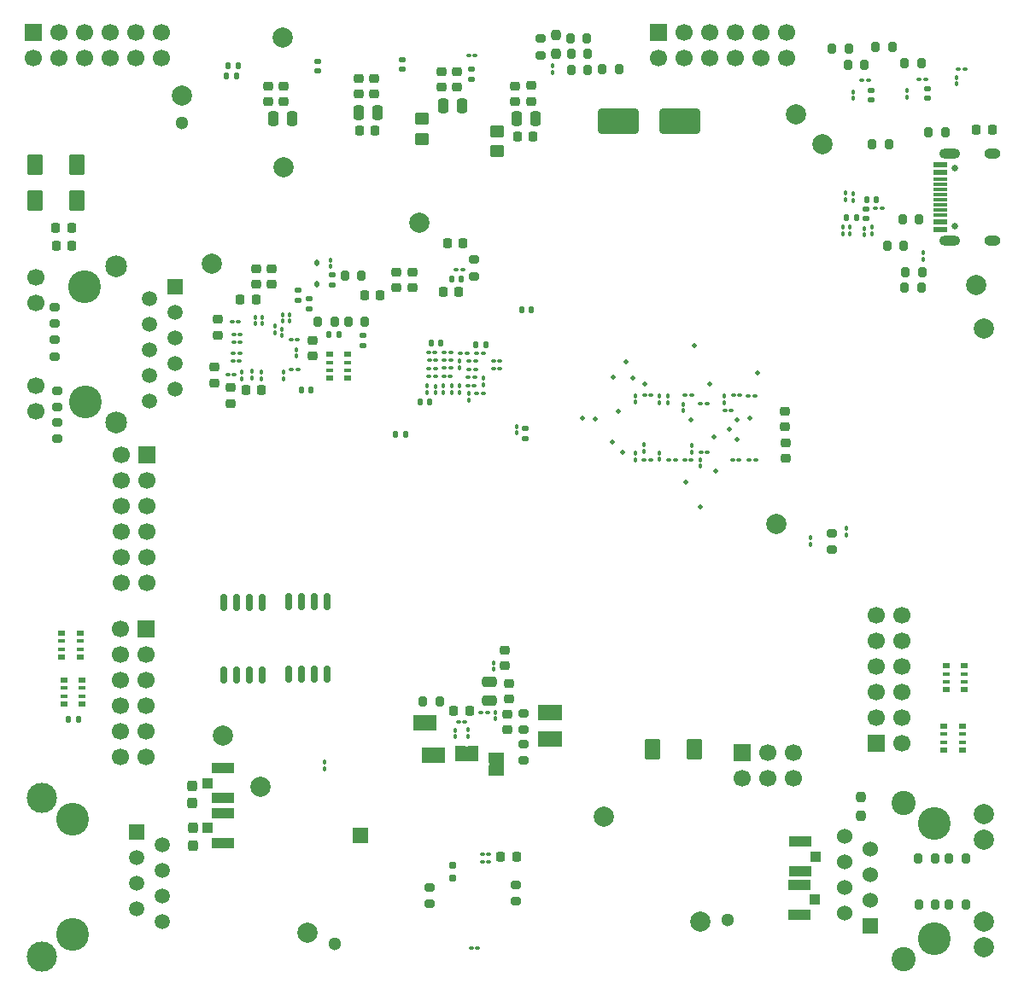
<source format=gbr>
G04 #@! TF.GenerationSoftware,KiCad,Pcbnew,9.0.3-9.0.3-0~ubuntu24.04.1*
G04 #@! TF.CreationDate,2025-07-29T10:54:51+02:00*
G04 #@! TF.ProjectId,acoustic-carrier-board,61636f75-7374-4696-932d-636172726965,rev?*
G04 #@! TF.SameCoordinates,Original*
G04 #@! TF.FileFunction,Soldermask,Bot*
G04 #@! TF.FilePolarity,Negative*
%FSLAX46Y46*%
G04 Gerber Fmt 4.6, Leading zero omitted, Abs format (unit mm)*
G04 Created by KiCad (PCBNEW 9.0.3-9.0.3-0~ubuntu24.04.1) date 2025-07-29 10:54:51*
%MOMM*%
%LPD*%
G01*
G04 APERTURE LIST*
G04 Aperture macros list*
%AMRoundRect*
0 Rectangle with rounded corners*
0 $1 Rounding radius*
0 $2 $3 $4 $5 $6 $7 $8 $9 X,Y pos of 4 corners*
0 Add a 4 corners polygon primitive as box body*
4,1,4,$2,$3,$4,$5,$6,$7,$8,$9,$2,$3,0*
0 Add four circle primitives for the rounded corners*
1,1,$1+$1,$2,$3*
1,1,$1+$1,$4,$5*
1,1,$1+$1,$6,$7*
1,1,$1+$1,$8,$9*
0 Add four rect primitives between the rounded corners*
20,1,$1+$1,$2,$3,$4,$5,0*
20,1,$1+$1,$4,$5,$6,$7,0*
20,1,$1+$1,$6,$7,$8,$9,0*
20,1,$1+$1,$8,$9,$2,$3,0*%
G04 Aperture macros list end*
%ADD10C,2.000000*%
%ADD11C,3.250000*%
%ADD12R,1.500000X1.500000*%
%ADD13C,1.500000*%
%ADD14C,3.000000*%
%ADD15R,1.700000X1.700000*%
%ADD16C,1.700000*%
%ADD17C,1.300000*%
%ADD18C,3.249981*%
%ADD19R,1.524000X1.524000*%
%ADD20C,1.524000*%
%ADD21C,1.999996*%
%ADD22C,2.400046*%
%ADD23R,1.520000X1.520000*%
%ADD24C,1.520000*%
%ADD25C,2.160000*%
%ADD26RoundRect,0.102000X-0.675000X-0.900000X0.675000X-0.900000X0.675000X0.900000X-0.675000X0.900000X0*%
%ADD27RoundRect,0.100000X-0.100000X0.130000X-0.100000X-0.130000X0.100000X-0.130000X0.100000X0.130000X0*%
%ADD28RoundRect,0.250000X-0.250000X-0.475000X0.250000X-0.475000X0.250000X0.475000X-0.250000X0.475000X0*%
%ADD29RoundRect,0.225000X0.250000X-0.225000X0.250000X0.225000X-0.250000X0.225000X-0.250000X-0.225000X0*%
%ADD30R,1.000000X1.500000*%
%ADD31RoundRect,0.100000X0.130000X0.100000X-0.130000X0.100000X-0.130000X-0.100000X0.130000X-0.100000X0*%
%ADD32RoundRect,0.102000X0.675000X0.900000X-0.675000X0.900000X-0.675000X-0.900000X0.675000X-0.900000X0*%
%ADD33C,0.500000*%
%ADD34RoundRect,0.200000X-0.275000X0.200000X-0.275000X-0.200000X0.275000X-0.200000X0.275000X0.200000X0*%
%ADD35RoundRect,0.100000X-0.130000X-0.100000X0.130000X-0.100000X0.130000X0.100000X-0.130000X0.100000X0*%
%ADD36RoundRect,0.225000X-0.225000X-0.250000X0.225000X-0.250000X0.225000X0.250000X-0.225000X0.250000X0*%
%ADD37RoundRect,0.100000X0.100000X-0.130000X0.100000X0.130000X-0.100000X0.130000X-0.100000X-0.130000X0*%
%ADD38RoundRect,0.218750X0.256250X-0.218750X0.256250X0.218750X-0.256250X0.218750X-0.256250X-0.218750X0*%
%ADD39RoundRect,0.218750X-0.218750X-0.256250X0.218750X-0.256250X0.218750X0.256250X-0.218750X0.256250X0*%
%ADD40RoundRect,0.237500X0.237500X-0.250000X0.237500X0.250000X-0.237500X0.250000X-0.237500X-0.250000X0*%
%ADD41RoundRect,0.200000X0.200000X0.275000X-0.200000X0.275000X-0.200000X-0.275000X0.200000X-0.275000X0*%
%ADD42RoundRect,0.218750X-0.256250X0.218750X-0.256250X-0.218750X0.256250X-0.218750X0.256250X0.218750X0*%
%ADD43C,0.650000*%
%ADD44R,1.450000X0.600000*%
%ADD45R,1.450000X0.300000*%
%ADD46O,1.600000X1.000000*%
%ADD47O,2.100000X1.000000*%
%ADD48RoundRect,0.140000X0.170000X-0.140000X0.170000X0.140000X-0.170000X0.140000X-0.170000X-0.140000X0*%
%ADD49RoundRect,0.225000X-0.250000X0.225000X-0.250000X-0.225000X0.250000X-0.225000X0.250000X0.225000X0*%
%ADD50RoundRect,0.200000X-0.200000X-0.275000X0.200000X-0.275000X0.200000X0.275000X-0.200000X0.275000X0*%
%ADD51RoundRect,0.135000X0.185000X-0.135000X0.185000X0.135000X-0.185000X0.135000X-0.185000X-0.135000X0*%
%ADD52RoundRect,0.237500X0.237500X-0.300000X0.237500X0.300000X-0.237500X0.300000X-0.237500X-0.300000X0*%
%ADD53R,0.800000X0.500000*%
%ADD54R,0.800000X0.400000*%
%ADD55RoundRect,0.135000X-0.135000X-0.185000X0.135000X-0.185000X0.135000X0.185000X-0.135000X0.185000X0*%
%ADD56RoundRect,0.112500X0.112500X-0.187500X0.112500X0.187500X-0.112500X0.187500X-0.112500X-0.187500X0*%
%ADD57RoundRect,0.160000X0.160000X-0.197500X0.160000X0.197500X-0.160000X0.197500X-0.160000X-0.197500X0*%
%ADD58RoundRect,0.200000X0.275000X-0.200000X0.275000X0.200000X-0.275000X0.200000X-0.275000X-0.200000X0*%
%ADD59RoundRect,0.140000X-0.170000X0.140000X-0.170000X-0.140000X0.170000X-0.140000X0.170000X0.140000X0*%
%ADD60RoundRect,0.225000X0.225000X0.250000X-0.225000X0.250000X-0.225000X-0.250000X0.225000X-0.250000X0*%
%ADD61RoundRect,0.250000X-1.750000X-1.000000X1.750000X-1.000000X1.750000X1.000000X-1.750000X1.000000X0*%
%ADD62RoundRect,0.140000X-0.140000X-0.170000X0.140000X-0.170000X0.140000X0.170000X-0.140000X0.170000X0*%
%ADD63RoundRect,0.140000X0.140000X0.170000X-0.140000X0.170000X-0.140000X-0.170000X0.140000X-0.170000X0*%
%ADD64RoundRect,0.250000X-0.450000X0.350000X-0.450000X-0.350000X0.450000X-0.350000X0.450000X0.350000X0*%
%ADD65RoundRect,0.162500X-0.162500X0.650000X-0.162500X-0.650000X0.162500X-0.650000X0.162500X0.650000X0*%
%ADD66R,1.050000X1.000000*%
%ADD67R,2.200000X1.050000*%
%ADD68RoundRect,0.250000X0.475000X-0.250000X0.475000X0.250000X-0.475000X0.250000X-0.475000X-0.250000X0*%
%ADD69RoundRect,0.135000X0.135000X0.185000X-0.135000X0.185000X-0.135000X-0.185000X0.135000X-0.185000X0*%
%ADD70R,1.500000X1.000000*%
%ADD71RoundRect,0.135000X-0.185000X0.135000X-0.185000X-0.135000X0.185000X-0.135000X0.185000X0.135000X0*%
G04 APERTURE END LIST*
G36*
X90160000Y-124850000D02*
G01*
X89860000Y-124850000D01*
X89860000Y-126350000D01*
X90160000Y-126350000D01*
X90160000Y-124850000D01*
G37*
G36*
X98110000Y-124850000D02*
G01*
X98410000Y-124850000D01*
X98410000Y-123350000D01*
X98110000Y-123350000D01*
X98110000Y-124850000D01*
G37*
G36*
X98110000Y-122250000D02*
G01*
X98410000Y-122250000D01*
X98410000Y-120750000D01*
X98110000Y-120750000D01*
X98110000Y-122250000D01*
G37*
G36*
X86010000Y-121750000D02*
G01*
X85710000Y-121750000D01*
X85710000Y-123250000D01*
X86010000Y-123250000D01*
X86010000Y-121750000D01*
G37*
G36*
X92210000Y-126450000D02*
G01*
X93710000Y-126450000D01*
X93710000Y-126750000D01*
X92210000Y-126750000D01*
X92210000Y-126450000D01*
G37*
G36*
X86540000Y-126510000D02*
G01*
X86840000Y-126510000D01*
X86840000Y-125010000D01*
X86540000Y-125010000D01*
X86540000Y-126510000D01*
G37*
D10*
X64740000Y-76940000D03*
D11*
X50900000Y-132110000D03*
X50900000Y-143540000D03*
D12*
X57250000Y-133380000D03*
D13*
X59790000Y-134650000D03*
X57250000Y-135920000D03*
X59790000Y-137190000D03*
X57250000Y-138460000D03*
X59790000Y-139730000D03*
X57250000Y-141000000D03*
X59790000Y-142270000D03*
D14*
X47850000Y-129975000D03*
X47850000Y-145675000D03*
D15*
X58250000Y-113220000D03*
D16*
X58250000Y-115760000D03*
X58250000Y-118300000D03*
X58250000Y-120840000D03*
X58250000Y-123380000D03*
X58250000Y-125920000D03*
X55710000Y-113220000D03*
X55710000Y-115760000D03*
X55710000Y-118300000D03*
X55710000Y-120840000D03*
X55710000Y-123380000D03*
X55710000Y-125920000D03*
D15*
X58295000Y-95895000D03*
D16*
X58295000Y-98435000D03*
X58295000Y-100975000D03*
X58295000Y-103515000D03*
X58295000Y-106055000D03*
X58295000Y-108595000D03*
X55755000Y-95895000D03*
X55755000Y-98435000D03*
X55755000Y-100975000D03*
X55755000Y-103515000D03*
X55755000Y-106055000D03*
X55755000Y-108595000D03*
D10*
X125230000Y-65090000D03*
D12*
X79430000Y-133730000D03*
D17*
X61770000Y-62990000D03*
D15*
X47000000Y-54000000D03*
D16*
X47000000Y-56540000D03*
X49540000Y-54000000D03*
X49540000Y-56540000D03*
X52080000Y-54000000D03*
X52080000Y-56540000D03*
X54620000Y-54000000D03*
X54620000Y-56540000D03*
X57160000Y-54000000D03*
X57160000Y-56540000D03*
X59700000Y-54000000D03*
X59700000Y-56540000D03*
D17*
X76950000Y-144420000D03*
D18*
X136355000Y-132480160D03*
X136355000Y-143900000D03*
D19*
X130005000Y-142630000D03*
D20*
X127465000Y-141370160D03*
X130005000Y-140090000D03*
X127465000Y-138830160D03*
X130005000Y-137550000D03*
X127465000Y-136290160D03*
X130005000Y-135010000D03*
X127465000Y-133750160D03*
D21*
X141254914Y-144815162D03*
X141254914Y-142275162D03*
X141254914Y-134104998D03*
X141254914Y-131564998D03*
D22*
X133304968Y-145940128D03*
X133304968Y-130440032D03*
D15*
X109000000Y-54000000D03*
D16*
X109000000Y-56540000D03*
X111540000Y-54000000D03*
X111540000Y-56540000D03*
X114080000Y-54000000D03*
X114080000Y-56540000D03*
X116620000Y-54000000D03*
X116620000Y-56540000D03*
X119160000Y-54000000D03*
X119160000Y-56540000D03*
X121700000Y-54000000D03*
X121700000Y-56540000D03*
D10*
X140540000Y-79100000D03*
X71720000Y-54490000D03*
X85290000Y-72900000D03*
D15*
X130605000Y-124575000D03*
D16*
X130605000Y-122035000D03*
X130605000Y-119495000D03*
X130605000Y-116955000D03*
X130605000Y-114415000D03*
X130605000Y-111875000D03*
X133145000Y-124575000D03*
X133145000Y-122035000D03*
X133145000Y-119495000D03*
X133145000Y-116955000D03*
X133145000Y-114415000D03*
X133145000Y-111875000D03*
D10*
X65870000Y-123800000D03*
X69570000Y-128830000D03*
D11*
X52160000Y-90710000D03*
X52146663Y-79284562D03*
D23*
X61050000Y-79270000D03*
D24*
X58510000Y-80440000D03*
X61050000Y-81810000D03*
X58510000Y-82980000D03*
X61050000Y-84350000D03*
X58510000Y-85520000D03*
X61050000Y-86890000D03*
X58510000Y-88060000D03*
X61050000Y-89430000D03*
X58510000Y-90600000D03*
D16*
X47270000Y-78360000D03*
X47270000Y-80900000D03*
X47270000Y-89080000D03*
X47270000Y-91620000D03*
D25*
X55220000Y-92730000D03*
X55220000Y-77250000D03*
D10*
X103600000Y-131800000D03*
D15*
X117310000Y-125470000D03*
D16*
X117310000Y-128010000D03*
X119850000Y-125470000D03*
X119850000Y-128010000D03*
X122390000Y-125470000D03*
X122390000Y-128010000D03*
D17*
X115890000Y-142100000D03*
D26*
X108445000Y-125180000D03*
X112595000Y-125180000D03*
D27*
X113140000Y-96400000D03*
X113140000Y-97040000D03*
X70960000Y-83150000D03*
X70960000Y-83790000D03*
D28*
X70805000Y-62595000D03*
X72705000Y-62595000D03*
D29*
X79255000Y-60140000D03*
X79255000Y-58590000D03*
D30*
X90660000Y-125600000D03*
X89360000Y-125600000D03*
D31*
X86920000Y-86570000D03*
X86280000Y-86570000D03*
D32*
X51325000Y-70720000D03*
X47175000Y-70720000D03*
D33*
X105000000Y-91650000D03*
D34*
X49370000Y-92675000D03*
X49370000Y-94325000D03*
D35*
X87770000Y-86560000D03*
X88410000Y-86560000D03*
D36*
X93367500Y-135780000D03*
X94917500Y-135780000D03*
D27*
X72460000Y-82010000D03*
X72460000Y-82650000D03*
D29*
X96400000Y-60855000D03*
X96400000Y-59305000D03*
D35*
X87750000Y-88180000D03*
X88390000Y-88180000D03*
D37*
X111500000Y-91560000D03*
X111500000Y-90920000D03*
D38*
X69140000Y-79037500D03*
X69140000Y-77462500D03*
D39*
X140542500Y-63680000D03*
X142117500Y-63680000D03*
D40*
X129060000Y-131712500D03*
X129060000Y-129887500D03*
D33*
X116800000Y-92480000D03*
D35*
X87760000Y-85770000D03*
X88400000Y-85770000D03*
D10*
X141230000Y-83380000D03*
D31*
X73210000Y-84470000D03*
X72570000Y-84470000D03*
D10*
X120722250Y-102810000D03*
X71830000Y-67370000D03*
D33*
X104460000Y-94660000D03*
D27*
X88860000Y-123260000D03*
X88860000Y-123900000D03*
X128290000Y-70030000D03*
X128290000Y-70670000D03*
D31*
X89610000Y-77520000D03*
X88970000Y-77520000D03*
D37*
X128292500Y-60557500D03*
X128292500Y-59917500D03*
D27*
X71710000Y-83480000D03*
X71710000Y-84120000D03*
D41*
X135085000Y-79370000D03*
X133435000Y-79370000D03*
D37*
X135260000Y-76510000D03*
X135260000Y-75870000D03*
D42*
X94185000Y-118582500D03*
X94185000Y-120157500D03*
D43*
X138430000Y-67480000D03*
X138430000Y-73260000D03*
D44*
X136985000Y-67120000D03*
X136985000Y-67920000D03*
D45*
X136985000Y-69120000D03*
X136985000Y-70120000D03*
X136985000Y-70620000D03*
X136985000Y-71620000D03*
D44*
X136985000Y-72820000D03*
X136985000Y-73620000D03*
X136985000Y-73620000D03*
X136985000Y-72820000D03*
D45*
X136985000Y-72120000D03*
X136985000Y-71120000D03*
X136985000Y-69620000D03*
X136985000Y-68620000D03*
D44*
X136985000Y-67920000D03*
X136985000Y-67120000D03*
D46*
X142080000Y-66050000D03*
D47*
X137900000Y-66050000D03*
D46*
X142080000Y-74690000D03*
D47*
X137900000Y-74690000D03*
D48*
X135680000Y-60580000D03*
X135680000Y-59620000D03*
D29*
X121570000Y-93165000D03*
X121570000Y-91615000D03*
D31*
X93270000Y-86610000D03*
X92630000Y-86610000D03*
D36*
X88710000Y-121370000D03*
X90260000Y-121370000D03*
D37*
X68742500Y-88305000D03*
X68742500Y-87665000D03*
D33*
X114660000Y-97580000D03*
D37*
X71810000Y-88400000D03*
X71810000Y-87760000D03*
D31*
X108230000Y-96400000D03*
X107590000Y-96400000D03*
D49*
X70660000Y-77465000D03*
X70660000Y-79015000D03*
D50*
X100365002Y-56179999D03*
X102015002Y-56179999D03*
D10*
X74250000Y-143370000D03*
D51*
X79730000Y-85130000D03*
X79730000Y-84110000D03*
D34*
X95660000Y-121575000D03*
X95660000Y-123225000D03*
D41*
X134855000Y-72530000D03*
X133205000Y-72530000D03*
D31*
X112290000Y-90040000D03*
X111650000Y-90040000D03*
D51*
X73240000Y-80630000D03*
X73240000Y-79610000D03*
D37*
X92860000Y-122120000D03*
X92860000Y-121480000D03*
D35*
X87760000Y-87310000D03*
X88400000Y-87310000D03*
D52*
X62810000Y-130472500D03*
X62810000Y-128747500D03*
D48*
X130092500Y-60747500D03*
X130092500Y-59787500D03*
D53*
X137510000Y-119250000D03*
D54*
X137510000Y-118450000D03*
X137510000Y-117650000D03*
D53*
X137510000Y-116850000D03*
X139310000Y-116850000D03*
D54*
X139310000Y-117650000D03*
X139310000Y-118450000D03*
D53*
X139310000Y-119250000D03*
D37*
X67730000Y-88370000D03*
X67730000Y-87730000D03*
D55*
X50470000Y-122140000D03*
X51490000Y-122140000D03*
D35*
X118000000Y-96450000D03*
X118640000Y-96450000D03*
D56*
X75160000Y-78960000D03*
X75160000Y-76860000D03*
D37*
X115520000Y-90750000D03*
X115520000Y-90110000D03*
D33*
X106500000Y-88320000D03*
D53*
X51650000Y-113620000D03*
D54*
X51650000Y-114420000D03*
X51650000Y-115220000D03*
D53*
X51650000Y-116020000D03*
X49850000Y-116020000D03*
D54*
X49850000Y-115220000D03*
X49850000Y-114420000D03*
D53*
X49850000Y-113620000D03*
D57*
X88600000Y-137887500D03*
X88600000Y-136692500D03*
D27*
X109930000Y-90130000D03*
X109930000Y-90770000D03*
D29*
X83010000Y-79335000D03*
X83010000Y-77785000D03*
D58*
X90745000Y-78195000D03*
X90745000Y-76545000D03*
D27*
X94930000Y-93100000D03*
X94930000Y-93740000D03*
D35*
X116360000Y-96430000D03*
X117000000Y-96430000D03*
D37*
X127310000Y-74008000D03*
X127310000Y-73368000D03*
D33*
X101480000Y-92250000D03*
D35*
X66900000Y-84780000D03*
X67540000Y-84780000D03*
D59*
X75255000Y-56905000D03*
X75255000Y-57865000D03*
D35*
X66822500Y-86585000D03*
X67462500Y-86585000D03*
D41*
X79545000Y-78150000D03*
X77895000Y-78150000D03*
X139480000Y-135960000D03*
X137830000Y-135960000D03*
D29*
X65342500Y-84060000D03*
X65342500Y-82510000D03*
D31*
X86880000Y-87410000D03*
X86240000Y-87410000D03*
D41*
X139480000Y-140510000D03*
X137830000Y-140510000D03*
D27*
X109120000Y-90125000D03*
X109120000Y-90765000D03*
D60*
X81400000Y-80130000D03*
X79850000Y-80130000D03*
D61*
X104987500Y-62850000D03*
X111087500Y-62850000D03*
D37*
X86890000Y-89765000D03*
X86890000Y-89125000D03*
D33*
X105420000Y-95660000D03*
D37*
X106690000Y-96430000D03*
X106690000Y-95790000D03*
X91660000Y-88990000D03*
X91660000Y-88350000D03*
D41*
X137445000Y-63920000D03*
X135795000Y-63920000D03*
D59*
X95780000Y-93340000D03*
X95780000Y-94300000D03*
D31*
X90860000Y-87450000D03*
X90220000Y-87450000D03*
D33*
X112590000Y-85100000D03*
D37*
X92630000Y-117220000D03*
X92630000Y-116580000D03*
D27*
X73142500Y-85510000D03*
X73142500Y-86150000D03*
D30*
X97610000Y-124100000D03*
X98910000Y-124100000D03*
D27*
X71730000Y-82010000D03*
X71730000Y-82650000D03*
D31*
X73262500Y-87485000D03*
X72622500Y-87485000D03*
D62*
X90930000Y-85000000D03*
X91890000Y-85000000D03*
D63*
X86310000Y-90700000D03*
X85350000Y-90700000D03*
D50*
X133485000Y-77810000D03*
X135135000Y-77810000D03*
D53*
X78230000Y-85950000D03*
D54*
X78230000Y-86750000D03*
X78230000Y-87550000D03*
D53*
X78230000Y-88350000D03*
X76430000Y-88350000D03*
D54*
X76430000Y-87550000D03*
X76430000Y-86750000D03*
D53*
X76430000Y-85950000D03*
D31*
X90845000Y-56350000D03*
X90205000Y-56350000D03*
D35*
X91440000Y-121470000D03*
X92080000Y-121470000D03*
D30*
X97610000Y-121500000D03*
X98910000Y-121500000D03*
D41*
X136430000Y-135960000D03*
X134780000Y-135960000D03*
D63*
X87430000Y-84870000D03*
X86470000Y-84870000D03*
D33*
X102780000Y-92390000D03*
D64*
X93040000Y-63820000D03*
X93040000Y-65820000D03*
D29*
X87505000Y-59440000D03*
X87505000Y-57890000D03*
D31*
X86860000Y-85750000D03*
X86220000Y-85750000D03*
X92187500Y-135580000D03*
X91547500Y-135580000D03*
D63*
X128610000Y-72420000D03*
X127650000Y-72420000D03*
D27*
X89320000Y-86640000D03*
X89320000Y-87280000D03*
D58*
X49150000Y-86155000D03*
X49150000Y-84505000D03*
D27*
X90160000Y-123235000D03*
X90160000Y-123875000D03*
D65*
X65940000Y-110582500D03*
X67210000Y-110582500D03*
X68480000Y-110582500D03*
X69750000Y-110582500D03*
X69750000Y-117757500D03*
X68480000Y-117757500D03*
X67210000Y-117757500D03*
X65940000Y-117757500D03*
D66*
X124580000Y-135780160D03*
D67*
X123055000Y-137255160D03*
X123055000Y-134305160D03*
D66*
X64317500Y-128520000D03*
D67*
X65842500Y-127045000D03*
X65842500Y-129995000D03*
D63*
X67150000Y-58360000D03*
X66190000Y-58360000D03*
D33*
X116030000Y-93390000D03*
X105790000Y-86710000D03*
D41*
X133335000Y-75188000D03*
X131685000Y-75188000D03*
D39*
X49252500Y-73410000D03*
X50827500Y-73410000D03*
D49*
X74700000Y-84575000D03*
X74700000Y-86125000D03*
D31*
X113840000Y-90850000D03*
X113200000Y-90850000D03*
D49*
X94060000Y-121650000D03*
X94060000Y-123200000D03*
D31*
X112250000Y-96410000D03*
X111610000Y-96410000D03*
X131150000Y-71460000D03*
X130510000Y-71460000D03*
D27*
X90200000Y-89860000D03*
X90200000Y-90500000D03*
D31*
X90870000Y-86650000D03*
X90230000Y-86650000D03*
D33*
X104500000Y-88210000D03*
D28*
X94955000Y-62615000D03*
X96855000Y-62615000D03*
D35*
X90980000Y-89800000D03*
X91620000Y-89800000D03*
D37*
X88510000Y-89730000D03*
X88510000Y-89090000D03*
D68*
X92285000Y-120320000D03*
X92285000Y-118420000D03*
D33*
X118860000Y-87830000D03*
D30*
X86510000Y-122500000D03*
X85210000Y-122500000D03*
D27*
X69742500Y-82265000D03*
X69742500Y-82905000D03*
D50*
X130545000Y-55490000D03*
X132195000Y-55490000D03*
D37*
X69642500Y-88385000D03*
X69642500Y-87745000D03*
D33*
X113130000Y-101070000D03*
D53*
X51850000Y-118260000D03*
D54*
X51850000Y-119060000D03*
X51850000Y-119860000D03*
D53*
X51850000Y-120660000D03*
X50050000Y-120660000D03*
D54*
X50050000Y-119860000D03*
X50050000Y-119060000D03*
D53*
X50050000Y-118260000D03*
D31*
X90020000Y-85850000D03*
X89380000Y-85850000D03*
D33*
X107650000Y-88910000D03*
D34*
X95660000Y-124635000D03*
X95660000Y-126285000D03*
D69*
X67380000Y-57360000D03*
X66360000Y-57360000D03*
D42*
X64990000Y-87230000D03*
X64990000Y-88805000D03*
D34*
X126172250Y-103680000D03*
X126172250Y-105330000D03*
D52*
X62860000Y-134672500D03*
X62860000Y-132947500D03*
D50*
X134805000Y-140510000D03*
X136455000Y-140510000D03*
D33*
X118030000Y-92330000D03*
D29*
X84590000Y-79335000D03*
X84590000Y-77785000D03*
D69*
X77310000Y-84020000D03*
X76290000Y-84020000D03*
D34*
X86330000Y-138825000D03*
X86330000Y-140475000D03*
D31*
X113860000Y-95650000D03*
X113220000Y-95650000D03*
D37*
X138567500Y-59132500D03*
X138567500Y-58492500D03*
D35*
X89165000Y-122470000D03*
X89805000Y-122470000D03*
D40*
X98840000Y-56100000D03*
X98840000Y-54275000D03*
D27*
X69042500Y-82265000D03*
X69042500Y-82905000D03*
D32*
X51330000Y-67180000D03*
X47180000Y-67180000D03*
D64*
X85580000Y-62600000D03*
X85580000Y-64600000D03*
D31*
X92167500Y-136280000D03*
X91527500Y-136280000D03*
D50*
X78265000Y-82700000D03*
X79915000Y-82700000D03*
D33*
X112250000Y-92420000D03*
D29*
X94820000Y-60885000D03*
X94820000Y-59335000D03*
D33*
X114480000Y-94120000D03*
D31*
X129812500Y-58767500D03*
X129172500Y-58767500D03*
D33*
X111740000Y-98650000D03*
D37*
X128010000Y-73988000D03*
X128010000Y-73348000D03*
X124072250Y-104825000D03*
X124072250Y-104185000D03*
D31*
X86895000Y-88160000D03*
X86255000Y-88160000D03*
D10*
X122660000Y-62130000D03*
D38*
X66550000Y-90827500D03*
X66550000Y-89252500D03*
D33*
X116770000Y-94380000D03*
D27*
X109090000Y-95750000D03*
X109090000Y-96390000D03*
D34*
X49410000Y-89565000D03*
X49410000Y-91215000D03*
D50*
X100365002Y-57779999D03*
X102015002Y-57779999D03*
D35*
X66867500Y-85885000D03*
X67507500Y-85885000D03*
X117940000Y-90070000D03*
X118580000Y-90070000D03*
D31*
X135500000Y-58700000D03*
X134860000Y-58700000D03*
D70*
X92960000Y-125950000D03*
X92960000Y-127250000D03*
D63*
X89440000Y-78470000D03*
X88480000Y-78470000D03*
D39*
X49302500Y-75160000D03*
X50877500Y-75160000D03*
D58*
X49110000Y-82915000D03*
X49110000Y-81265000D03*
D31*
X90760000Y-89050000D03*
X90120000Y-89050000D03*
D60*
X69107500Y-80485000D03*
X67557500Y-80485000D03*
D35*
X90980000Y-85870000D03*
X91620000Y-85870000D03*
D29*
X70355000Y-60870000D03*
X70355000Y-59320000D03*
X89005000Y-59440000D03*
X89005000Y-57890000D03*
D35*
X116420000Y-90040000D03*
X117060000Y-90040000D03*
D63*
X130590000Y-70608000D03*
X129630000Y-70608000D03*
D59*
X83567500Y-56735000D03*
X83567500Y-57695000D03*
D71*
X76630000Y-78100000D03*
X76630000Y-79120000D03*
D29*
X80855000Y-60140000D03*
X80855000Y-58590000D03*
D37*
X86100000Y-89730000D03*
X86100000Y-89090000D03*
D41*
X131855000Y-65120000D03*
X130205000Y-65120000D03*
D48*
X129610000Y-72468000D03*
X129610000Y-71508000D03*
D31*
X139387500Y-57687500D03*
X138747500Y-57687500D03*
D35*
X115580000Y-91510000D03*
X116220000Y-91510000D03*
X66722500Y-82685000D03*
X67362500Y-82685000D03*
D50*
X103445000Y-57660000D03*
X105095000Y-57660000D03*
D28*
X87655000Y-61265000D03*
X89555000Y-61265000D03*
D50*
X127805000Y-57210000D03*
X129455000Y-57210000D03*
D65*
X72380000Y-110512500D03*
X73650000Y-110512500D03*
X74920000Y-110512500D03*
X76190000Y-110512500D03*
X76190000Y-117687500D03*
X74920000Y-117687500D03*
X73650000Y-117687500D03*
X72380000Y-117687500D03*
D63*
X96420000Y-81570000D03*
X95460000Y-81570000D03*
D27*
X75935000Y-126435000D03*
X75935000Y-127075000D03*
D50*
X75235000Y-82730000D03*
X76885000Y-82730000D03*
D36*
X95045000Y-64370000D03*
X96595000Y-64370000D03*
D37*
X133655000Y-60420000D03*
X133655000Y-59780000D03*
D29*
X93785000Y-116845000D03*
X93785000Y-115295000D03*
D37*
X106750000Y-90720000D03*
X106750000Y-90080000D03*
D31*
X90770000Y-88260000D03*
X90130000Y-88260000D03*
D35*
X66322500Y-87985000D03*
X66962500Y-87985000D03*
D50*
X133430000Y-57100000D03*
X135080000Y-57100000D03*
D37*
X87700000Y-89720000D03*
X87700000Y-89080000D03*
D50*
X126205000Y-55660000D03*
X127855000Y-55660000D03*
D63*
X74580000Y-89500000D03*
X73620000Y-89500000D03*
D37*
X89250000Y-89725000D03*
X89250000Y-89085000D03*
D35*
X66920000Y-84030000D03*
X67560000Y-84030000D03*
D41*
X101930000Y-54620000D03*
X100280000Y-54620000D03*
D37*
X112350000Y-95660000D03*
X112350000Y-95020000D03*
D29*
X71855000Y-60870000D03*
X71855000Y-59320000D03*
D27*
X98490002Y-57339999D03*
X98490002Y-57979999D03*
D37*
X129410000Y-74108000D03*
X129410000Y-73468000D03*
D39*
X88075000Y-74910000D03*
X89650000Y-74910000D03*
D33*
X114050000Y-88910000D03*
D63*
X83920000Y-93860000D03*
X82960000Y-93860000D03*
D66*
X124530000Y-140080160D03*
D67*
X123005000Y-141555160D03*
X123005000Y-138605160D03*
D50*
X85665000Y-120430000D03*
X87315000Y-120430000D03*
D66*
X64305000Y-132960000D03*
D67*
X65830000Y-131485000D03*
X65830000Y-134435000D03*
D31*
X91090000Y-144860000D03*
X90450000Y-144860000D03*
D53*
X137330000Y-125260000D03*
D54*
X137330000Y-124460000D03*
X137330000Y-123660000D03*
D53*
X137330000Y-122860000D03*
X139130000Y-122860000D03*
D54*
X139130000Y-123660000D03*
X139130000Y-124460000D03*
D53*
X139130000Y-125260000D03*
D27*
X127602250Y-103225000D03*
X127602250Y-103865000D03*
X127530000Y-69960000D03*
X127530000Y-70600000D03*
D36*
X68095000Y-89500000D03*
X69645000Y-89500000D03*
D49*
X121600000Y-94755000D03*
X121600000Y-96305000D03*
D37*
X107560000Y-95570000D03*
X107560000Y-94930000D03*
X130210000Y-73988000D03*
X130210000Y-73348000D03*
X76530000Y-77230000D03*
X76530000Y-76590000D03*
D60*
X89205000Y-79800000D03*
X87655000Y-79800000D03*
D34*
X94910000Y-138605000D03*
X94910000Y-140255000D03*
D31*
X110670000Y-96430000D03*
X110030000Y-96430000D03*
D36*
X79355000Y-63720000D03*
X80905000Y-63720000D03*
D10*
X113160000Y-142260000D03*
D34*
X97310000Y-54625000D03*
X97310000Y-56275000D03*
D51*
X74380000Y-81470000D03*
X74380000Y-80450000D03*
D10*
X61770000Y-60280000D03*
D31*
X108260000Y-90030000D03*
X107620000Y-90030000D03*
D59*
X90430000Y-57685000D03*
X90430000Y-58645000D03*
D28*
X79270000Y-61970000D03*
X81170000Y-61970000D03*
D31*
X93270000Y-87380000D03*
X92630000Y-87380000D03*
D30*
X86040000Y-125760000D03*
X87340000Y-125760000D03*
M02*

</source>
